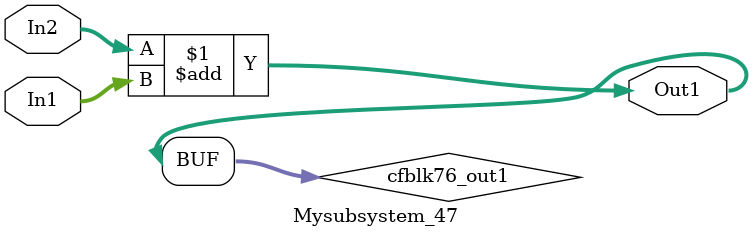
<source format=v>



`timescale 1 ns / 1 ns

module Mysubsystem_47
          (In1,
           In2,
           Out1);


  input   [7:0] In1;  // uint8
  input   [7:0] In2;  // uint8
  output  [7:0] Out1;  // uint8


  wire [7:0] cfblk76_out1;  // uint8


  assign cfblk76_out1 = In2 + In1;



  assign Out1 = cfblk76_out1;

endmodule  // Mysubsystem_47


</source>
